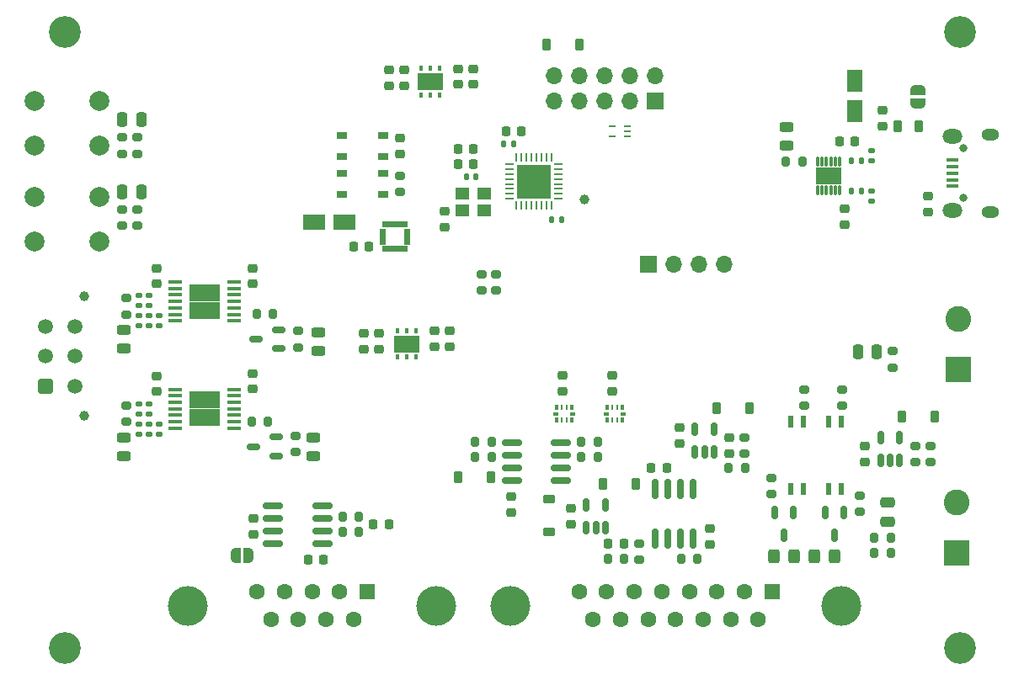
<source format=gts>
G04 #@! TF.GenerationSoftware,KiCad,Pcbnew,7.0.9*
G04 #@! TF.CreationDate,2023-11-28T23:55:51-07:00*
G04 #@! TF.ProjectId,Fuel_Cell_Controller_Prototype,4675656c-5f43-4656-9c6c-5f436f6e7472,V1.0*
G04 #@! TF.SameCoordinates,Original*
G04 #@! TF.FileFunction,Soldermask,Top*
G04 #@! TF.FilePolarity,Negative*
%FSLAX46Y46*%
G04 Gerber Fmt 4.6, Leading zero omitted, Abs format (unit mm)*
G04 Created by KiCad (PCBNEW 7.0.9) date 2023-11-28 23:55:51*
%MOMM*%
%LPD*%
G01*
G04 APERTURE LIST*
G04 Aperture macros list*
%AMRoundRect*
0 Rectangle with rounded corners*
0 $1 Rounding radius*
0 $2 $3 $4 $5 $6 $7 $8 $9 X,Y pos of 4 corners*
0 Add a 4 corners polygon primitive as box body*
4,1,4,$2,$3,$4,$5,$6,$7,$8,$9,$2,$3,0*
0 Add four circle primitives for the rounded corners*
1,1,$1+$1,$2,$3*
1,1,$1+$1,$4,$5*
1,1,$1+$1,$6,$7*
1,1,$1+$1,$8,$9*
0 Add four rect primitives between the rounded corners*
20,1,$1+$1,$2,$3,$4,$5,0*
20,1,$1+$1,$4,$5,$6,$7,0*
20,1,$1+$1,$6,$7,$8,$9,0*
20,1,$1+$1,$8,$9,$2,$3,0*%
%AMFreePoly0*
4,1,19,0.500000,-0.750000,0.000000,-0.750000,0.000000,-0.744911,-0.071157,-0.744911,-0.207708,-0.704816,-0.327430,-0.627875,-0.420627,-0.520320,-0.479746,-0.390866,-0.500000,-0.250000,-0.500000,0.250000,-0.479746,0.390866,-0.420627,0.520320,-0.327430,0.627875,-0.207708,0.704816,-0.071157,0.744911,0.000000,0.744911,0.000000,0.750000,0.500000,0.750000,0.500000,-0.750000,0.500000,-0.750000,
$1*%
%AMFreePoly1*
4,1,19,0.000000,0.744911,0.071157,0.744911,0.207708,0.704816,0.327430,0.627875,0.420627,0.520320,0.479746,0.390866,0.500000,0.250000,0.500000,-0.250000,0.479746,-0.390866,0.420627,-0.520320,0.327430,-0.627875,0.207708,-0.704816,0.071157,-0.744911,0.000000,-0.744911,0.000000,-0.750000,-0.500000,-0.750000,-0.500000,0.750000,0.000000,0.750000,0.000000,0.744911,0.000000,0.744911,
$1*%
G04 Aperture macros list end*
%ADD10C,0.010000*%
%ADD11RoundRect,0.200000X0.275000X-0.200000X0.275000X0.200000X-0.275000X0.200000X-0.275000X-0.200000X0*%
%ADD12RoundRect,0.250000X-0.325000X-0.450000X0.325000X-0.450000X0.325000X0.450000X-0.325000X0.450000X0*%
%ADD13RoundRect,0.150000X-0.150000X0.512500X-0.150000X-0.512500X0.150000X-0.512500X0.150000X0.512500X0*%
%ADD14RoundRect,0.135000X0.185000X-0.135000X0.185000X0.135000X-0.185000X0.135000X-0.185000X-0.135000X0*%
%ADD15R,1.450000X0.450000*%
%ADD16R,1.500000X1.800000*%
%ADD17RoundRect,0.150000X-0.150000X0.825000X-0.150000X-0.825000X0.150000X-0.825000X0.150000X0.825000X0*%
%ADD18RoundRect,0.200000X-0.275000X0.200000X-0.275000X-0.200000X0.275000X-0.200000X0.275000X0.200000X0*%
%ADD19C,3.200000*%
%ADD20C,2.000000*%
%ADD21RoundRect,0.225000X0.250000X-0.225000X0.250000X0.225000X-0.250000X0.225000X-0.250000X-0.225000X0*%
%ADD22RoundRect,0.200000X-0.200000X-0.275000X0.200000X-0.275000X0.200000X0.275000X-0.200000X0.275000X0*%
%ADD23R,1.050000X0.650000*%
%ADD24R,2.600000X2.600000*%
%ADD25C,2.600000*%
%ADD26RoundRect,0.250000X-0.250000X-0.475000X0.250000X-0.475000X0.250000X0.475000X-0.250000X0.475000X0*%
%ADD27RoundRect,0.200000X0.200000X0.275000X-0.200000X0.275000X-0.200000X-0.275000X0.200000X-0.275000X0*%
%ADD28RoundRect,0.150000X0.825000X0.150000X-0.825000X0.150000X-0.825000X-0.150000X0.825000X-0.150000X0*%
%ADD29R,1.700000X1.700000*%
%ADD30O,1.700000X1.700000*%
%ADD31RoundRect,0.218750X-0.218750X-0.256250X0.218750X-0.256250X0.218750X0.256250X-0.218750X0.256250X0*%
%ADD32RoundRect,0.225000X-0.225000X-0.250000X0.225000X-0.250000X0.225000X0.250000X-0.225000X0.250000X0*%
%ADD33R,0.300000X0.580000*%
%ADD34R,0.250000X0.580000*%
%ADD35R,0.630000X0.350000*%
%ADD36RoundRect,0.135000X-0.135000X-0.185000X0.135000X-0.185000X0.135000X0.185000X-0.135000X0.185000X0*%
%ADD37R,0.762000X0.279400*%
%ADD38R,0.450000X0.630000*%
%ADD39R,2.600000X1.700000*%
%ADD40RoundRect,0.140000X0.170000X-0.140000X0.170000X0.140000X-0.170000X0.140000X-0.170000X-0.140000X0*%
%ADD41FreePoly0,0.000000*%
%ADD42FreePoly1,0.000000*%
%ADD43RoundRect,0.150000X-0.825000X-0.150000X0.825000X-0.150000X0.825000X0.150000X-0.825000X0.150000X0*%
%ADD44C,1.000000*%
%ADD45RoundRect,0.250001X0.499999X-0.499999X0.499999X0.499999X-0.499999X0.499999X-0.499999X-0.499999X0*%
%ADD46C,1.500000*%
%ADD47RoundRect,0.243750X-0.456250X0.243750X-0.456250X-0.243750X0.456250X-0.243750X0.456250X0.243750X0*%
%ADD48FreePoly0,90.000000*%
%ADD49FreePoly1,90.000000*%
%ADD50RoundRect,0.250000X0.250000X0.475000X-0.250000X0.475000X-0.250000X-0.475000X0.250000X-0.475000X0*%
%ADD51R,2.200000X1.600000*%
%ADD52RoundRect,0.243750X0.456250X-0.243750X0.456250X0.243750X-0.456250X0.243750X-0.456250X-0.243750X0*%
%ADD53C,4.000000*%
%ADD54R,1.600000X1.600000*%
%ADD55C,1.600000*%
%ADD56RoundRect,0.225000X-0.250000X0.225000X-0.250000X-0.225000X0.250000X-0.225000X0.250000X0.225000X0*%
%ADD57RoundRect,0.225000X0.225000X0.250000X-0.225000X0.250000X-0.225000X-0.250000X0.225000X-0.250000X0*%
%ADD58R,0.558800X1.219200*%
%ADD59RoundRect,0.140000X-0.170000X0.140000X-0.170000X-0.140000X0.170000X-0.140000X0.170000X0.140000X0*%
%ADD60RoundRect,0.225000X0.225000X0.375000X-0.225000X0.375000X-0.225000X-0.375000X0.225000X-0.375000X0*%
%ADD61RoundRect,0.150000X0.150000X-0.512500X0.150000X0.512500X-0.150000X0.512500X-0.150000X-0.512500X0*%
%ADD62RoundRect,0.250000X0.325000X0.450000X-0.325000X0.450000X-0.325000X-0.450000X0.325000X-0.450000X0*%
%ADD63RoundRect,0.218750X-0.218750X-0.381250X0.218750X-0.381250X0.218750X0.381250X-0.218750X0.381250X0*%
%ADD64RoundRect,0.140000X0.140000X0.170000X-0.140000X0.170000X-0.140000X-0.170000X0.140000X-0.170000X0*%
%ADD65RoundRect,0.250000X0.475000X-0.250000X0.475000X0.250000X-0.475000X0.250000X-0.475000X-0.250000X0*%
%ADD66RoundRect,0.225000X-0.225000X-0.375000X0.225000X-0.375000X0.225000X0.375000X-0.225000X0.375000X0*%
%ADD67RoundRect,0.225000X-0.375000X0.225000X-0.375000X-0.225000X0.375000X-0.225000X0.375000X0.225000X0*%
%ADD68O,0.800000X0.800000*%
%ADD69R,1.300000X0.450000*%
%ADD70O,1.800000X1.150000*%
%ADD71O,2.000000X1.450000*%
%ADD72R,1.400000X1.200000*%
%ADD73RoundRect,0.140000X-0.140000X-0.170000X0.140000X-0.170000X0.140000X0.170000X-0.140000X0.170000X0*%
%ADD74RoundRect,0.057500X-0.117500X0.412500X-0.117500X-0.412500X0.117500X-0.412500X0.117500X0.412500X0*%
%ADD75RoundRect,0.050000X-1.250000X0.800000X-1.250000X-0.800000X1.250000X-0.800000X1.250000X0.800000X0*%
%ADD76RoundRect,0.150000X0.512500X0.150000X-0.512500X0.150000X-0.512500X-0.150000X0.512500X-0.150000X0*%
%ADD77RoundRect,0.062500X-0.375000X-0.062500X0.375000X-0.062500X0.375000X0.062500X-0.375000X0.062500X0*%
%ADD78RoundRect,0.062500X-0.062500X-0.375000X0.062500X-0.375000X0.062500X0.375000X-0.062500X0.375000X0*%
%ADD79R,3.450000X3.450000*%
%ADD80R,1.600000X2.200000*%
G04 APERTURE END LIST*
D10*
X136332800Y-91085800D02*
X135882800Y-91085800D01*
X135882800Y-90535800D01*
X136332800Y-90535800D01*
X136332800Y-91085800D01*
G36*
X136332800Y-91085800D02*
G01*
X135882800Y-91085800D01*
X135882800Y-90535800D01*
X136332800Y-90535800D01*
X136332800Y-91085800D01*
G37*
X136832800Y-91085800D02*
X136382800Y-91085800D01*
X136382800Y-90535800D01*
X136832800Y-90535800D01*
X136832800Y-91085800D01*
G36*
X136832800Y-91085800D02*
G01*
X136382800Y-91085800D01*
X136382800Y-90535800D01*
X136832800Y-90535800D01*
X136832800Y-91085800D01*
G37*
X137332800Y-91085800D02*
X136882800Y-91085800D01*
X136882800Y-90535800D01*
X137332800Y-90535800D01*
X137332800Y-91085800D01*
G36*
X137332800Y-91085800D02*
G01*
X136882800Y-91085800D01*
X136882800Y-90535800D01*
X137332800Y-90535800D01*
X137332800Y-91085800D01*
G37*
X137832800Y-91085800D02*
X137382800Y-91085800D01*
X137382800Y-90535800D01*
X137832800Y-90535800D01*
X137832800Y-91085800D01*
G36*
X137832800Y-91085800D02*
G01*
X137382800Y-91085800D01*
X137382800Y-90535800D01*
X137832800Y-90535800D01*
X137832800Y-91085800D01*
G37*
X138332800Y-91085800D02*
X137882800Y-91085800D01*
X137882800Y-90535800D01*
X138332800Y-90535800D01*
X138332800Y-91085800D01*
G36*
X138332800Y-91085800D02*
G01*
X137882800Y-91085800D01*
X137882800Y-90535800D01*
X138332800Y-90535800D01*
X138332800Y-91085800D01*
G37*
X136107800Y-90360800D02*
X135657800Y-90360800D01*
X135657800Y-89810800D01*
X136107800Y-89810800D01*
X136107800Y-90360800D01*
G36*
X136107800Y-90360800D02*
G01*
X135657800Y-90360800D01*
X135657800Y-89810800D01*
X136107800Y-89810800D01*
X136107800Y-90360800D01*
G37*
X138557800Y-90360800D02*
X138107800Y-90360800D01*
X138107800Y-89810800D01*
X138557800Y-89810800D01*
X138557800Y-90360800D01*
G36*
X138557800Y-90360800D02*
G01*
X138107800Y-90360800D01*
X138107800Y-89810800D01*
X138557800Y-89810800D01*
X138557800Y-90360800D01*
G37*
X136107800Y-89860800D02*
X135657800Y-89860800D01*
X135657800Y-89310800D01*
X136107800Y-89310800D01*
X136107800Y-89860800D01*
G36*
X136107800Y-89860800D02*
G01*
X135657800Y-89860800D01*
X135657800Y-89310800D01*
X136107800Y-89310800D01*
X136107800Y-89860800D01*
G37*
X138557800Y-89860800D02*
X138107800Y-89860800D01*
X138107800Y-89310800D01*
X138557800Y-89310800D01*
X138557800Y-89860800D01*
G36*
X138557800Y-89860800D02*
G01*
X138107800Y-89860800D01*
X138107800Y-89310800D01*
X138557800Y-89310800D01*
X138557800Y-89860800D01*
G37*
X136107800Y-89360800D02*
X135657800Y-89360800D01*
X135657800Y-88810800D01*
X136107800Y-88810800D01*
X136107800Y-89360800D01*
G36*
X136107800Y-89360800D02*
G01*
X135657800Y-89360800D01*
X135657800Y-88810800D01*
X136107800Y-88810800D01*
X136107800Y-89360800D01*
G37*
X138557800Y-89360800D02*
X138107800Y-89360800D01*
X138107800Y-88810800D01*
X138557800Y-88810800D01*
X138557800Y-89360800D01*
G36*
X138557800Y-89360800D02*
G01*
X138107800Y-89360800D01*
X138107800Y-88810800D01*
X138557800Y-88810800D01*
X138557800Y-89360800D01*
G37*
X136332800Y-88635800D02*
X135882800Y-88635800D01*
X135882800Y-88085800D01*
X136332800Y-88085800D01*
X136332800Y-88635800D01*
G36*
X136332800Y-88635800D02*
G01*
X135882800Y-88635800D01*
X135882800Y-88085800D01*
X136332800Y-88085800D01*
X136332800Y-88635800D01*
G37*
X136832800Y-88635800D02*
X136382800Y-88635800D01*
X136382800Y-88085800D01*
X136832800Y-88085800D01*
X136832800Y-88635800D01*
G36*
X136832800Y-88635800D02*
G01*
X136382800Y-88635800D01*
X136382800Y-88085800D01*
X136832800Y-88085800D01*
X136832800Y-88635800D01*
G37*
X137332800Y-88635800D02*
X136882800Y-88635800D01*
X136882800Y-88085800D01*
X137332800Y-88085800D01*
X137332800Y-88635800D01*
G36*
X137332800Y-88635800D02*
G01*
X136882800Y-88635800D01*
X136882800Y-88085800D01*
X137332800Y-88085800D01*
X137332800Y-88635800D01*
G37*
X137832800Y-88635800D02*
X137382800Y-88635800D01*
X137382800Y-88085800D01*
X137832800Y-88085800D01*
X137832800Y-88635800D01*
G36*
X137832800Y-88635800D02*
G01*
X137382800Y-88635800D01*
X137382800Y-88085800D01*
X137832800Y-88085800D01*
X137832800Y-88635800D01*
G37*
X138332800Y-88635800D02*
X137882800Y-88635800D01*
X137882800Y-88085800D01*
X138332800Y-88085800D01*
X138332800Y-88635800D01*
G36*
X138332800Y-88635800D02*
G01*
X137882800Y-88635800D01*
X137882800Y-88085800D01*
X138332800Y-88085800D01*
X138332800Y-88635800D01*
G37*
D11*
X127386500Y-100779500D03*
X127386500Y-99129500D03*
D12*
X179319500Y-121820000D03*
X181369500Y-121820000D03*
D13*
X177230500Y-117380500D03*
X175330500Y-117380500D03*
X176280500Y-119655500D03*
D14*
X111384500Y-98559500D03*
X111384500Y-97539500D03*
D15*
X115038500Y-104989500D03*
X115038500Y-105639500D03*
X115038500Y-106289500D03*
X115038500Y-106939500D03*
X115038500Y-107589500D03*
X115038500Y-108239500D03*
X115038500Y-108889500D03*
X120938500Y-108889500D03*
X120938500Y-108239500D03*
X120938500Y-107589500D03*
X120938500Y-106939500D03*
X120938500Y-106289500D03*
X120938500Y-105639500D03*
X120938500Y-104989500D03*
D16*
X117238500Y-106039500D03*
X117238500Y-107839500D03*
X118738500Y-106039500D03*
X118738500Y-107839500D03*
D17*
X167132000Y-115027000D03*
X165862000Y-115027000D03*
X164592000Y-115027000D03*
X163322000Y-115027000D03*
X163322000Y-119977000D03*
X164592000Y-119977000D03*
X165862000Y-119977000D03*
X167132000Y-119977000D03*
D18*
X191008000Y-110681000D03*
X191008000Y-112331000D03*
D19*
X194000000Y-131000000D03*
D11*
X182122500Y-106643000D03*
X182122500Y-104993000D03*
D14*
X111384500Y-107449500D03*
X111384500Y-106429500D03*
D19*
X104000000Y-131000000D03*
D20*
X100890000Y-75982000D03*
X107390000Y-75982000D03*
X100890000Y-80482000D03*
X107390000Y-80482000D03*
D21*
X148844000Y-117361000D03*
X148844000Y-115811000D03*
D22*
X185357000Y-121412000D03*
X187007000Y-121412000D03*
X158560000Y-122074000D03*
X160210000Y-122074000D03*
D23*
X135933000Y-81593000D03*
X131783000Y-81593000D03*
X135933000Y-79443000D03*
X131783000Y-79443000D03*
D11*
X178312500Y-106643000D03*
X178312500Y-104993000D03*
D24*
X193802000Y-102997000D03*
D25*
X193802000Y-97917000D03*
D26*
X109728000Y-77878400D03*
X111628000Y-77878400D03*
D22*
X155893000Y-111760000D03*
X157543000Y-111760000D03*
D27*
X187007000Y-119888000D03*
X185357000Y-119888000D03*
D11*
X111236800Y-81294200D03*
X111236800Y-79644200D03*
X189484000Y-112331000D03*
X189484000Y-110681000D03*
D28*
X153859000Y-114173000D03*
X153859000Y-112903000D03*
X153859000Y-111633000D03*
X153859000Y-110363000D03*
X148909000Y-110363000D03*
X148909000Y-111633000D03*
X148909000Y-112903000D03*
X148909000Y-114173000D03*
D11*
X187198000Y-102806000D03*
X187198000Y-101156000D03*
X110114500Y-108272500D03*
X110114500Y-106622500D03*
D29*
X162636200Y-92431000D03*
D30*
X165176200Y-92431000D03*
X167716200Y-92431000D03*
X170256200Y-92431000D03*
D21*
X145034000Y-74326000D03*
X145034000Y-72776000D03*
D31*
X143484500Y-80772000D03*
X145059500Y-80772000D03*
D32*
X158610000Y-120550000D03*
X160160000Y-120550000D03*
D33*
X158508000Y-108077000D03*
D34*
X159008000Y-108077000D03*
X159508000Y-108077000D03*
D33*
X160008000Y-108077000D03*
D35*
X160118000Y-107442000D03*
D33*
X160008000Y-106807000D03*
D34*
X159508000Y-106807000D03*
X159008000Y-106807000D03*
D33*
X158508000Y-106807000D03*
D35*
X158398000Y-107442000D03*
D14*
X112400500Y-98557500D03*
X112400500Y-97537500D03*
D36*
X183045000Y-85025000D03*
X184065000Y-85025000D03*
D33*
X153428000Y-108077000D03*
D34*
X153928000Y-108077000D03*
X154428000Y-108077000D03*
D33*
X154928000Y-108077000D03*
D35*
X155038000Y-107442000D03*
D33*
X154928000Y-106807000D03*
D34*
X154428000Y-106807000D03*
X153928000Y-106807000D03*
D33*
X153428000Y-106807000D03*
D35*
X153318000Y-107442000D03*
D19*
X104000000Y-69000000D03*
D37*
X160540700Y-79493999D03*
X160540700Y-78994000D03*
X160540700Y-78494001D03*
X158991300Y-78494001D03*
X158991300Y-79493999D03*
D38*
X137376000Y-101753000D03*
X138326000Y-101753000D03*
X139276000Y-101753000D03*
X139276000Y-99073000D03*
X138326000Y-99073000D03*
X137376000Y-99073000D03*
D39*
X138326000Y-100413000D03*
D11*
X111252000Y-88518000D03*
X111252000Y-86868000D03*
D19*
X194000000Y-69000000D03*
D40*
X185079000Y-81949000D03*
X185079000Y-80989000D03*
D15*
X115038500Y-94194500D03*
X115038500Y-94844500D03*
X115038500Y-95494500D03*
X115038500Y-96144500D03*
X115038500Y-96794500D03*
X115038500Y-97444500D03*
X115038500Y-98094500D03*
X120938500Y-98094500D03*
X120938500Y-97444500D03*
X120938500Y-96794500D03*
X120938500Y-96144500D03*
X120938500Y-95494500D03*
X120938500Y-94844500D03*
X120938500Y-94194500D03*
D16*
X117238500Y-95244500D03*
X117238500Y-97044500D03*
X118738500Y-95244500D03*
X118738500Y-97044500D03*
D14*
X111384500Y-109481500D03*
X111384500Y-108461500D03*
D27*
X146875000Y-110236000D03*
X145225000Y-110236000D03*
D41*
X121128000Y-121666000D03*
D42*
X122428000Y-121666000D03*
D21*
X184404000Y-112281000D03*
X184404000Y-110731000D03*
D32*
X148323000Y-78994000D03*
X149873000Y-78994000D03*
D43*
X124906000Y-116675000D03*
X124906000Y-117945000D03*
X124906000Y-119215000D03*
X124906000Y-120485000D03*
X129856000Y-120485000D03*
X129856000Y-119215000D03*
X129856000Y-117945000D03*
X129856000Y-116675000D03*
D44*
X105926500Y-107653500D03*
X105926500Y-95653500D03*
D45*
X101986500Y-104653500D03*
D46*
X101986500Y-101653500D03*
X101986500Y-98653500D03*
X104986500Y-104653500D03*
X104986500Y-101653500D03*
X104986500Y-98653500D03*
D22*
X176467000Y-82042000D03*
X178117000Y-82042000D03*
D11*
X172273000Y-111469000D03*
X172273000Y-109819000D03*
D18*
X175010500Y-113883000D03*
X175010500Y-115533000D03*
D44*
X156210000Y-85852000D03*
D47*
X128910500Y-109812000D03*
X128910500Y-111687000D03*
D22*
X145225000Y-111760000D03*
X146875000Y-111760000D03*
D23*
X135933000Y-85403000D03*
X131783000Y-85403000D03*
X135933000Y-83253000D03*
X131783000Y-83253000D03*
D48*
X189738000Y-76200000D03*
D49*
X189738000Y-74900000D03*
D14*
X113416500Y-98557500D03*
X113416500Y-97537500D03*
D32*
X133005400Y-90601800D03*
X134555400Y-90601800D03*
D50*
X185608000Y-101219000D03*
X183708000Y-101219000D03*
D18*
X109712800Y-79644200D03*
X109712800Y-81294200D03*
D51*
X132054600Y-88138000D03*
X129054600Y-88138000D03*
D52*
X109860500Y-100892000D03*
X109860500Y-99017000D03*
D21*
X168783000Y-120563000D03*
X168783000Y-119013000D03*
D11*
X161671000Y-122137000D03*
X161671000Y-120487000D03*
D53*
X148710000Y-126750000D03*
X182010000Y-126750000D03*
D54*
X175055000Y-125330000D03*
D55*
X172285000Y-125330000D03*
X169515000Y-125330000D03*
X166745000Y-125330000D03*
X163975000Y-125330000D03*
X161205000Y-125330000D03*
X158435000Y-125330000D03*
X155665000Y-125330000D03*
X173670000Y-128170000D03*
X170900000Y-128170000D03*
X168130000Y-128170000D03*
X165360000Y-128170000D03*
X162590000Y-128170000D03*
X159820000Y-128170000D03*
X157050000Y-128170000D03*
D26*
X109743200Y-85111400D03*
X111643200Y-85111400D03*
D21*
X154813000Y-118531000D03*
X154813000Y-116981000D03*
D56*
X122814500Y-92829500D03*
X122814500Y-94379500D03*
X154022000Y-103619000D03*
X154022000Y-105169000D03*
D21*
X165735000Y-110403000D03*
X165735000Y-108853000D03*
D36*
X183045000Y-81977000D03*
X184065000Y-81977000D03*
D14*
X112400500Y-109481500D03*
X112400500Y-108461500D03*
D21*
X143510000Y-74326000D03*
X143510000Y-72776000D03*
D57*
X136538000Y-118580000D03*
X134988000Y-118580000D03*
D56*
X142113000Y-87109000D03*
X142113000Y-88659000D03*
D58*
X181995500Y-108269100D03*
X180725500Y-108269100D03*
X180725500Y-115050900D03*
X181995500Y-115050900D03*
D52*
X176530000Y-80439500D03*
X176530000Y-78564500D03*
D59*
X185079000Y-85053000D03*
X185079000Y-86013000D03*
D60*
X146812000Y-113792000D03*
X143512000Y-113792000D03*
D61*
X167325000Y-111273500D03*
X168275000Y-111273500D03*
X169225000Y-111273500D03*
X169225000Y-108998500D03*
X167325000Y-108998500D03*
D56*
X122814500Y-103370500D03*
X122814500Y-104920500D03*
D38*
X139766000Y-75399000D03*
X140716000Y-75399000D03*
X141666000Y-75399000D03*
X141666000Y-72719000D03*
X140716000Y-72719000D03*
X139766000Y-72719000D03*
D39*
X140716000Y-74059000D03*
D62*
X177305500Y-121820000D03*
X175255500Y-121820000D03*
D63*
X187659500Y-78486000D03*
X189784500Y-78486000D03*
D56*
X159004000Y-103619000D03*
X159004000Y-105169000D03*
D57*
X183401000Y-80010000D03*
X181851000Y-80010000D03*
D22*
X165926000Y-122074000D03*
X167576000Y-122074000D03*
D14*
X112400500Y-96525500D03*
X112400500Y-95505500D03*
X113416500Y-109481500D03*
X113416500Y-108461500D03*
D56*
X122936000Y-117994000D03*
X122936000Y-119544000D03*
D27*
X133540000Y-119342000D03*
X131890000Y-119342000D03*
D52*
X109860500Y-111687000D03*
X109860500Y-109812000D03*
D64*
X153896000Y-87884000D03*
X152936000Y-87884000D03*
D65*
X186690000Y-118298000D03*
X186690000Y-116398000D03*
D66*
X188138000Y-107746000D03*
X191438000Y-107746000D03*
D21*
X135532000Y-100934000D03*
X135532000Y-99384000D03*
D14*
X112400500Y-107449500D03*
X112400500Y-106429500D03*
D27*
X172336000Y-112930000D03*
X170686000Y-112930000D03*
D61*
X185994000Y-112135500D03*
X186944000Y-112135500D03*
X187894000Y-112135500D03*
X187894000Y-109860500D03*
X185994000Y-109860500D03*
D58*
X178185500Y-108269100D03*
X176915500Y-108269100D03*
X176915500Y-115050900D03*
X178185500Y-115050900D03*
D18*
X137668000Y-83503000D03*
X137668000Y-85153000D03*
D56*
X190754000Y-85585000D03*
X190754000Y-87135000D03*
D57*
X129965248Y-122125966D03*
X128415248Y-122125966D03*
D21*
X134008000Y-100934000D03*
X134008000Y-99384000D03*
D67*
X152604000Y-116002000D03*
X152604000Y-119302000D03*
D60*
X155651000Y-70308000D03*
X152351000Y-70308000D03*
D11*
X110114500Y-97477500D03*
X110114500Y-95827500D03*
D56*
X182372000Y-86855000D03*
X182372000Y-88405000D03*
D64*
X145288000Y-83566000D03*
X144328000Y-83566000D03*
D21*
X186182000Y-78499000D03*
X186182000Y-76949000D03*
X142644000Y-100680002D03*
X142644000Y-99130002D03*
D56*
X113162500Y-103624500D03*
X113162500Y-105174500D03*
D53*
X116314000Y-126750000D03*
X141314000Y-126750000D03*
D54*
X134354000Y-125330000D03*
D55*
X131584000Y-125330000D03*
X128814000Y-125330000D03*
X126044000Y-125330000D03*
X123274000Y-125330000D03*
X132969000Y-128170000D03*
X130199000Y-128170000D03*
X127429000Y-128170000D03*
X124659000Y-128170000D03*
D68*
X194272000Y-85747000D03*
X194272000Y-80747000D03*
D69*
X193172000Y-84547000D03*
X193172000Y-83897000D03*
X193172000Y-83247000D03*
X193172000Y-82597000D03*
X193172000Y-81947000D03*
D70*
X197022000Y-87122000D03*
D71*
X193222000Y-86972000D03*
X193222000Y-79522000D03*
D70*
X197022000Y-79372000D03*
D21*
X170749000Y-111419000D03*
X170749000Y-109869000D03*
D72*
X143934000Y-86956000D03*
X146134000Y-86956000D03*
X146134000Y-85256000D03*
X143934000Y-85256000D03*
D73*
X148110000Y-80264000D03*
X149070000Y-80264000D03*
D11*
X127132500Y-111320500D03*
X127132500Y-109670500D03*
D13*
X182310500Y-117380500D03*
X180410500Y-117380500D03*
X181360500Y-119655500D03*
D18*
X109728000Y-86868000D03*
X109728000Y-88518000D03*
D27*
X157543000Y-110236000D03*
X155893000Y-110236000D03*
X133540000Y-117818000D03*
X131890000Y-117818000D03*
D24*
X193599000Y-121417000D03*
D25*
X193599000Y-116337000D03*
D74*
X181886000Y-82066000D03*
X181436000Y-82066000D03*
X180986000Y-82066000D03*
X180536000Y-82066000D03*
X180086000Y-82066000D03*
X179636000Y-82066000D03*
X179636000Y-84936000D03*
X180086000Y-84936000D03*
X180536000Y-84936000D03*
X180986000Y-84936000D03*
X181436000Y-84936000D03*
X181886000Y-84936000D03*
D75*
X180761000Y-83501000D03*
D21*
X141120000Y-100680002D03*
X141120000Y-99130002D03*
D56*
X137668000Y-79743000D03*
X137668000Y-81293000D03*
D66*
X158039000Y-114504000D03*
X161339000Y-114504000D03*
D18*
X183900500Y-115661000D03*
X183900500Y-117311000D03*
X147320000Y-93409000D03*
X147320000Y-95059000D03*
D76*
X125476000Y-100904500D03*
X125476000Y-99004500D03*
X123201000Y-99954500D03*
D66*
X169469000Y-106884000D03*
X172769000Y-106884000D03*
D61*
X156403000Y-118893500D03*
X157353000Y-118893500D03*
X158303000Y-118893500D03*
X158303000Y-116618500D03*
X156403000Y-116618500D03*
D77*
X148692500Y-82324000D03*
X148692500Y-82824000D03*
X148692500Y-83324000D03*
X148692500Y-83824000D03*
X148692500Y-84324000D03*
X148692500Y-84824000D03*
X148692500Y-85324000D03*
X148692500Y-85824000D03*
D78*
X149380000Y-86511500D03*
X149880000Y-86511500D03*
X150380000Y-86511500D03*
X150880000Y-86511500D03*
X151380000Y-86511500D03*
X151880000Y-86511500D03*
X152380000Y-86511500D03*
X152880000Y-86511500D03*
D77*
X153567500Y-85824000D03*
X153567500Y-85324000D03*
X153567500Y-84824000D03*
X153567500Y-84324000D03*
X153567500Y-83824000D03*
X153567500Y-83324000D03*
X153567500Y-82824000D03*
X153567500Y-82324000D03*
D78*
X152880000Y-81636500D03*
X152380000Y-81636500D03*
X151880000Y-81636500D03*
X151380000Y-81636500D03*
X150880000Y-81636500D03*
X150380000Y-81636500D03*
X149880000Y-81636500D03*
X149380000Y-81636500D03*
D79*
X151130000Y-84074000D03*
D57*
X164478000Y-112930000D03*
X162928000Y-112930000D03*
D76*
X125222000Y-111699500D03*
X125222000Y-109799500D03*
X122947000Y-110749500D03*
D21*
X138072000Y-74422000D03*
X138072000Y-72872000D03*
D57*
X145047000Y-82296000D03*
X143497000Y-82296000D03*
D20*
X100890000Y-85634000D03*
X107390000Y-85634000D03*
X100890000Y-90134000D03*
X107390000Y-90134000D03*
D21*
X136548000Y-74422000D03*
X136548000Y-72872000D03*
D56*
X113162500Y-92829500D03*
X113162500Y-94379500D03*
D27*
X124401500Y-108209500D03*
X122751500Y-108209500D03*
D80*
X183388000Y-76962000D03*
X183388000Y-73962000D03*
D18*
X145826000Y-93409000D03*
X145826000Y-95059000D03*
D27*
X124909500Y-97414500D03*
X123259500Y-97414500D03*
D47*
X129418500Y-99271000D03*
X129418500Y-101146000D03*
D29*
X163322000Y-75946000D03*
D30*
X163322000Y-73406000D03*
X160782000Y-75946000D03*
X160782000Y-73406000D03*
X158242000Y-75946000D03*
X158242000Y-73406000D03*
X155702000Y-75946000D03*
X155702000Y-73406000D03*
X153162000Y-75946000D03*
X153162000Y-73406000D03*
D14*
X111384500Y-96525500D03*
X111384500Y-95505500D03*
M02*

</source>
